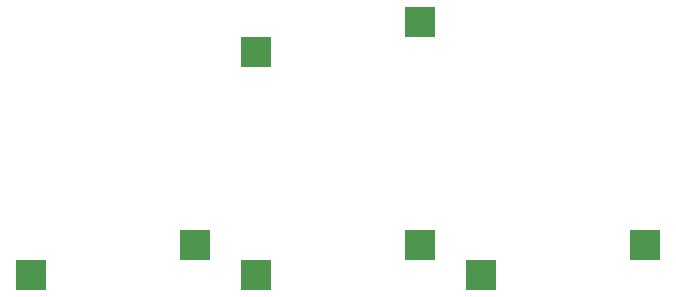
<source format=gbp>
%TF.GenerationSoftware,KiCad,Pcbnew,(5.1.12)-1*%
%TF.CreationDate,2021-12-31T17:27:04-05:00*%
%TF.ProjectId,4keymacropad,346b6579-6d61-4637-926f-7061642e6b69,rev?*%
%TF.SameCoordinates,Original*%
%TF.FileFunction,Paste,Bot*%
%TF.FilePolarity,Positive*%
%FSLAX46Y46*%
G04 Gerber Fmt 4.6, Leading zero omitted, Abs format (unit mm)*
G04 Created by KiCad (PCBNEW (5.1.12)-1) date 2021-12-31 17:27:04*
%MOMM*%
%LPD*%
G01*
G04 APERTURE LIST*
%ADD10R,2.550000X2.500000*%
G04 APERTURE END LIST*
D10*
%TO.C,SW3*%
X128330000Y-106045000D03*
X142180000Y-103505000D03*
%TD*%
%TO.C,SW1*%
X142180000Y-84582000D03*
X128330000Y-87122000D03*
%TD*%
%TO.C,SW2*%
X109280000Y-106045000D03*
X123130000Y-103505000D03*
%TD*%
%TO.C,SW4*%
X161230000Y-103505000D03*
X147380000Y-106045000D03*
%TD*%
M02*

</source>
